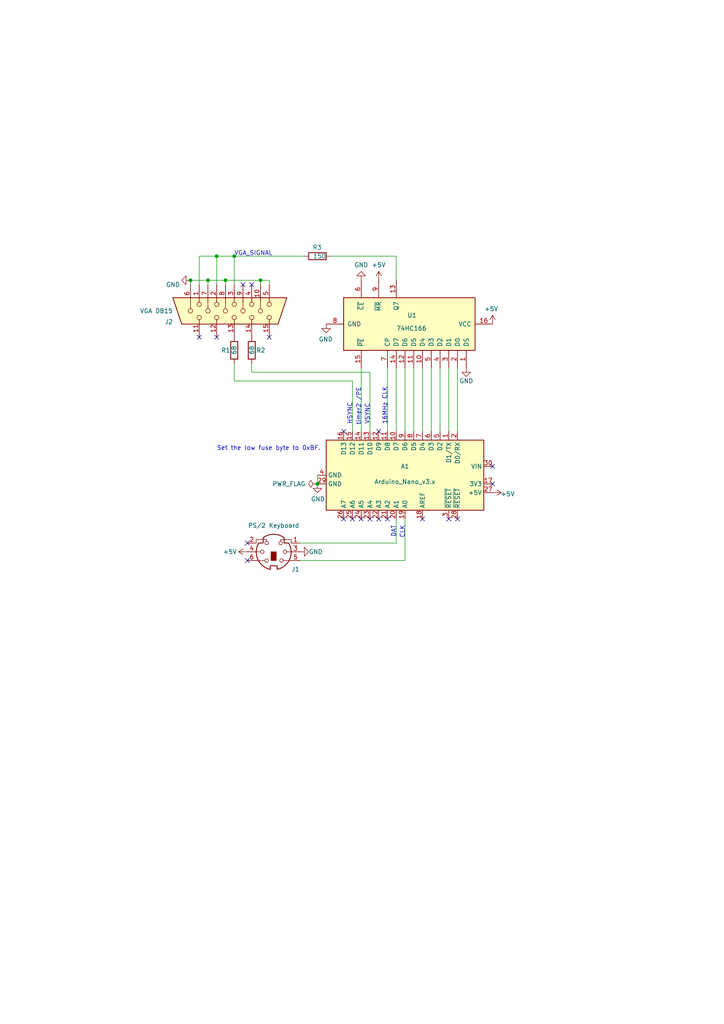
<source format=kicad_sch>
(kicad_sch (version 20211123) (generator eeschema)

  (uuid 8fd203a8-262b-4cb2-b72e-4179e96203de)

  (paper "A4" portrait)

  (title_block
    (title "Nano Personal Computer")
    (date "2024-03-30")
    (rev "2.0")
    (company "320x200 pixels, VGA (monochrome), PS/2")
    (comment 2 "creativecommons.org/licenses/by-nc-sa/3.0/deed.en")
    (comment 3 "License: CC BY-NC-SA 3.0")
    (comment 4 "Author: Carsten Herting (slu4)")
  )

  (lib_symbols
    (symbol "ArduinoPC-rescue:74HC166-alternate-ArduinoPC-rescue" (pin_names (offset 1.016)) (in_bom yes) (on_board yes)
      (property "Reference" "U" (id 0) (at -7.62 19.05 0)
        (effects (font (size 1.27 1.27)))
      )
      (property "Value" "74HC166-alternate-ArduinoPC-rescue" (id 1) (at 0 -1.27 90)
        (effects (font (size 1.27 1.27)))
      )
      (property "Footprint" "" (id 2) (at 0 0 0)
        (effects (font (size 1.27 1.27)) hide)
      )
      (property "Datasheet" "" (id 3) (at 0 0 0)
        (effects (font (size 1.27 1.27)) hide)
      )
      (property "ki_locked" "" (id 4) (at 0 0 0)
        (effects (font (size 1.27 1.27)))
      )
      (property "ki_fp_filters" "DIP?16*" (id 5) (at 0 0 0)
        (effects (font (size 1.27 1.27)) hide)
      )
      (symbol "74HC166-alternate-ArduinoPC-rescue_1_0"
        (pin input line (at -12.7 15.24 0) (length 5.08)
          (name "DS" (effects (font (size 1.27 1.27))))
          (number "1" (effects (font (size 1.27 1.27))))
        )
        (pin input line (at -12.7 2.54 0) (length 5.08)
          (name "D4" (effects (font (size 1.27 1.27))))
          (number "10" (effects (font (size 1.27 1.27))))
        )
        (pin input line (at -12.7 0 0) (length 5.08)
          (name "D5" (effects (font (size 1.27 1.27))))
          (number "11" (effects (font (size 1.27 1.27))))
        )
        (pin input line (at -12.7 -2.54 0) (length 5.08)
          (name "D6" (effects (font (size 1.27 1.27))))
          (number "12" (effects (font (size 1.27 1.27))))
        )
        (pin output line (at 12.7 -5.08 180) (length 5.08)
          (name "Q7" (effects (font (size 1.27 1.27))))
          (number "13" (effects (font (size 1.27 1.27))))
        )
        (pin input line (at -12.7 -5.08 0) (length 5.08)
          (name "D7" (effects (font (size 1.27 1.27))))
          (number "14" (effects (font (size 1.27 1.27))))
        )
        (pin input line (at -12.7 -15.24 0) (length 5.08)
          (name "~{PE}" (effects (font (size 1.27 1.27))))
          (number "15" (effects (font (size 1.27 1.27))))
        )
        (pin power_in line (at 0 22.86 270) (length 5.08)
          (name "VCC" (effects (font (size 1.27 1.27))))
          (number "16" (effects (font (size 1.27 1.27))))
        )
        (pin input line (at -12.7 12.7 0) (length 5.08)
          (name "D0" (effects (font (size 1.27 1.27))))
          (number "2" (effects (font (size 1.27 1.27))))
        )
        (pin input line (at -12.7 10.16 0) (length 5.08)
          (name "D1" (effects (font (size 1.27 1.27))))
          (number "3" (effects (font (size 1.27 1.27))))
        )
        (pin input line (at -12.7 7.62 0) (length 5.08)
          (name "D2" (effects (font (size 1.27 1.27))))
          (number "4" (effects (font (size 1.27 1.27))))
        )
        (pin input line (at -12.7 5.08 0) (length 5.08)
          (name "D3" (effects (font (size 1.27 1.27))))
          (number "5" (effects (font (size 1.27 1.27))))
        )
        (pin input line (at 12.7 -15.24 180) (length 5.08)
          (name "~{CE}" (effects (font (size 1.27 1.27))))
          (number "6" (effects (font (size 1.27 1.27))))
        )
        (pin input line (at -12.7 -7.62 0) (length 5.08)
          (name "CP" (effects (font (size 1.27 1.27))))
          (number "7" (effects (font (size 1.27 1.27))))
        )
        (pin power_in line (at 0 -25.4 90) (length 5.08)
          (name "GND" (effects (font (size 1.27 1.27))))
          (number "8" (effects (font (size 1.27 1.27))))
        )
        (pin input line (at 12.7 -10.16 180) (length 5.08)
          (name "~{MR}" (effects (font (size 1.27 1.27))))
          (number "9" (effects (font (size 1.27 1.27))))
        )
      )
      (symbol "74HC166-alternate-ArduinoPC-rescue_1_1"
        (rectangle (start -7.62 17.78) (end 7.62 -20.32)
          (stroke (width 0.254) (type default) (color 0 0 0 0))
          (fill (type background))
        )
      )
    )
    (symbol "Connector:DB15_Female_HighDensity" (pin_names (offset 1.016) hide) (in_bom yes) (on_board yes)
      (property "Reference" "J" (id 0) (at 0 21.59 0)
        (effects (font (size 1.27 1.27)))
      )
      (property "Value" "DB15_Female_HighDensity" (id 1) (at 0 19.05 0)
        (effects (font (size 1.27 1.27)))
      )
      (property "Footprint" "" (id 2) (at -24.13 10.16 0)
        (effects (font (size 1.27 1.27)) hide)
      )
      (property "Datasheet" " ~" (id 3) (at -24.13 10.16 0)
        (effects (font (size 1.27 1.27)) hide)
      )
      (property "ki_keywords" "connector db15 VGA female D-SUB" (id 4) (at 0 0 0)
        (effects (font (size 1.27 1.27)) hide)
      )
      (property "ki_description" "15-pin female D-SUB connector, High density (3 columns), Triple Row, Generic, VGA-connector" (id 5) (at 0 0 0)
        (effects (font (size 1.27 1.27)) hide)
      )
      (property "ki_fp_filters" "DSUB*Female*" (id 6) (at 0 0 0)
        (effects (font (size 1.27 1.27)) hide)
      )
      (symbol "DB15_Female_HighDensity_0_1"
        (circle (center -1.905 -10.16) (radius 0.635)
          (stroke (width 0) (type default) (color 0 0 0 0))
          (fill (type none))
        )
        (circle (center -1.905 -5.08) (radius 0.635)
          (stroke (width 0) (type default) (color 0 0 0 0))
          (fill (type none))
        )
        (circle (center -1.905 0) (radius 0.635)
          (stroke (width 0) (type default) (color 0 0 0 0))
          (fill (type none))
        )
        (circle (center -1.905 5.08) (radius 0.635)
          (stroke (width 0) (type default) (color 0 0 0 0))
          (fill (type none))
        )
        (circle (center -1.905 10.16) (radius 0.635)
          (stroke (width 0) (type default) (color 0 0 0 0))
          (fill (type none))
        )
        (circle (center 0 -7.62) (radius 0.635)
          (stroke (width 0) (type default) (color 0 0 0 0))
          (fill (type none))
        )
        (circle (center 0 -2.54) (radius 0.635)
          (stroke (width 0) (type default) (color 0 0 0 0))
          (fill (type none))
        )
        (polyline
          (pts
            (xy -3.175 7.62)
            (xy -0.635 7.62)
          )
          (stroke (width 0) (type default) (color 0 0 0 0))
          (fill (type none))
        )
        (polyline
          (pts
            (xy -0.635 -7.62)
            (xy -3.175 -7.62)
          )
          (stroke (width 0) (type default) (color 0 0 0 0))
          (fill (type none))
        )
        (polyline
          (pts
            (xy -0.635 -2.54)
            (xy -3.175 -2.54)
          )
          (stroke (width 0) (type default) (color 0 0 0 0))
          (fill (type none))
        )
        (polyline
          (pts
            (xy -0.635 2.54)
            (xy -3.175 2.54)
          )
          (stroke (width 0) (type default) (color 0 0 0 0))
          (fill (type none))
        )
        (polyline
          (pts
            (xy -0.635 12.7)
            (xy -3.175 12.7)
          )
          (stroke (width 0) (type default) (color 0 0 0 0))
          (fill (type none))
        )
        (polyline
          (pts
            (xy -3.81 17.78)
            (xy -3.81 -15.24)
            (xy 3.81 -12.7)
            (xy 3.81 15.24)
            (xy -3.81 17.78)
          )
          (stroke (width 0.254) (type default) (color 0 0 0 0))
          (fill (type background))
        )
        (circle (center 0 2.54) (radius 0.635)
          (stroke (width 0) (type default) (color 0 0 0 0))
          (fill (type none))
        )
        (circle (center 0 7.62) (radius 0.635)
          (stroke (width 0) (type default) (color 0 0 0 0))
          (fill (type none))
        )
        (circle (center 0 12.7) (radius 0.635)
          (stroke (width 0) (type default) (color 0 0 0 0))
          (fill (type none))
        )
        (circle (center 1.905 -10.16) (radius 0.635)
          (stroke (width 0) (type default) (color 0 0 0 0))
          (fill (type none))
        )
        (circle (center 1.905 -5.08) (radius 0.635)
          (stroke (width 0) (type default) (color 0 0 0 0))
          (fill (type none))
        )
        (circle (center 1.905 0) (radius 0.635)
          (stroke (width 0) (type default) (color 0 0 0 0))
          (fill (type none))
        )
        (circle (center 1.905 5.08) (radius 0.635)
          (stroke (width 0) (type default) (color 0 0 0 0))
          (fill (type none))
        )
        (circle (center 1.905 10.16) (radius 0.635)
          (stroke (width 0) (type default) (color 0 0 0 0))
          (fill (type none))
        )
      )
      (symbol "DB15_Female_HighDensity_1_1"
        (pin passive line (at -7.62 10.16 0) (length 5.08)
          (name "~" (effects (font (size 1.27 1.27))))
          (number "1" (effects (font (size 1.27 1.27))))
        )
        (pin passive line (at -7.62 -7.62 0) (length 5.08)
          (name "~" (effects (font (size 1.27 1.27))))
          (number "10" (effects (font (size 1.27 1.27))))
        )
        (pin passive line (at 7.62 10.16 180) (length 5.08)
          (name "~" (effects (font (size 1.27 1.27))))
          (number "11" (effects (font (size 1.27 1.27))))
        )
        (pin passive line (at 7.62 5.08 180) (length 5.08)
          (name "~" (effects (font (size 1.27 1.27))))
          (number "12" (effects (font (size 1.27 1.27))))
        )
        (pin passive line (at 7.62 0 180) (length 5.08)
          (name "~" (effects (font (size 1.27 1.27))))
          (number "13" (effects (font (size 1.27 1.27))))
        )
        (pin passive line (at 7.62 -5.08 180) (length 5.08)
          (name "~" (effects (font (size 1.27 1.27))))
          (number "14" (effects (font (size 1.27 1.27))))
        )
        (pin passive line (at 7.62 -10.16 180) (length 5.08)
          (name "~" (effects (font (size 1.27 1.27))))
          (number "15" (effects (font (size 1.27 1.27))))
        )
        (pin passive line (at -7.62 5.08 0) (length 5.08)
          (name "~" (effects (font (size 1.27 1.27))))
          (number "2" (effects (font (size 1.27 1.27))))
        )
        (pin passive line (at -7.62 0 0) (length 5.08)
          (name "~" (effects (font (size 1.27 1.27))))
          (number "3" (effects (font (size 1.27 1.27))))
        )
        (pin passive line (at -7.62 -5.08 0) (length 5.08)
          (name "~" (effects (font (size 1.27 1.27))))
          (number "4" (effects (font (size 1.27 1.27))))
        )
        (pin passive line (at -7.62 -10.16 0) (length 5.08)
          (name "~" (effects (font (size 1.27 1.27))))
          (number "5" (effects (font (size 1.27 1.27))))
        )
        (pin passive line (at -7.62 12.7 0) (length 5.08)
          (name "~" (effects (font (size 1.27 1.27))))
          (number "6" (effects (font (size 1.27 1.27))))
        )
        (pin passive line (at -7.62 7.62 0) (length 5.08)
          (name "~" (effects (font (size 1.27 1.27))))
          (number "7" (effects (font (size 1.27 1.27))))
        )
        (pin passive line (at -7.62 2.54 0) (length 5.08)
          (name "~" (effects (font (size 1.27 1.27))))
          (number "8" (effects (font (size 1.27 1.27))))
        )
        (pin passive line (at -7.62 -2.54 0) (length 5.08)
          (name "~" (effects (font (size 1.27 1.27))))
          (number "9" (effects (font (size 1.27 1.27))))
        )
      )
    )
    (symbol "Connector:Mini-DIN-6" (pin_names (offset 1.016)) (in_bom yes) (on_board yes)
      (property "Reference" "J" (id 0) (at 0 6.35 0)
        (effects (font (size 1.27 1.27)))
      )
      (property "Value" "Mini-DIN-6" (id 1) (at 0 -6.35 0)
        (effects (font (size 1.27 1.27)))
      )
      (property "Footprint" "" (id 2) (at 0 0 0)
        (effects (font (size 1.27 1.27)) hide)
      )
      (property "Datasheet" "http://service.powerdynamics.com/ec/Catalog17/Section%2011.pdf" (id 3) (at 0 0 0)
        (effects (font (size 1.27 1.27)) hide)
      )
      (property "ki_keywords" "Mini-DIN" (id 4) (at 0 0 0)
        (effects (font (size 1.27 1.27)) hide)
      )
      (property "ki_description" "6-pin Mini-DIN connector" (id 5) (at 0 0 0)
        (effects (font (size 1.27 1.27)) hide)
      )
      (property "ki_fp_filters" "MINI?DIN*" (id 6) (at 0 0 0)
        (effects (font (size 1.27 1.27)) hide)
      )
      (symbol "Mini-DIN-6_0_1"
        (circle (center -3.302 0) (radius 0.508)
          (stroke (width 0) (type default) (color 0 0 0 0))
          (fill (type none))
        )
        (arc (start -3.048 -4.064) (mid 0 -5.08) (end 3.048 -4.064)
          (stroke (width 0.254) (type default) (color 0 0 0 0))
          (fill (type none))
        )
        (circle (center -2.032 -2.54) (radius 0.508)
          (stroke (width 0) (type default) (color 0 0 0 0))
          (fill (type none))
        )
        (circle (center -2.032 2.54) (radius 0.508)
          (stroke (width 0) (type default) (color 0 0 0 0))
          (fill (type none))
        )
        (arc (start -1.016 5.08) (mid -4.6228 2.1214) (end -4.318 -2.54)
          (stroke (width 0.254) (type default) (color 0 0 0 0))
          (fill (type none))
        )
        (rectangle (start -0.762 2.54) (end 0.762 0)
          (stroke (width 0) (type default) (color 0 0 0 0))
          (fill (type outline))
        )
        (polyline
          (pts
            (xy -3.81 0)
            (xy -5.08 0)
          )
          (stroke (width 0) (type default) (color 0 0 0 0))
          (fill (type none))
        )
        (polyline
          (pts
            (xy -2.54 2.54)
            (xy -5.08 2.54)
          )
          (stroke (width 0) (type default) (color 0 0 0 0))
          (fill (type none))
        )
        (polyline
          (pts
            (xy 2.794 2.54)
            (xy 5.08 2.54)
          )
          (stroke (width 0) (type default) (color 0 0 0 0))
          (fill (type none))
        )
        (polyline
          (pts
            (xy 5.08 0)
            (xy 3.81 0)
          )
          (stroke (width 0) (type default) (color 0 0 0 0))
          (fill (type none))
        )
        (polyline
          (pts
            (xy -4.318 -2.54)
            (xy -3.048 -2.54)
            (xy -3.048 -4.064)
          )
          (stroke (width 0.254) (type default) (color 0 0 0 0))
          (fill (type none))
        )
        (polyline
          (pts
            (xy 4.318 -2.54)
            (xy 3.048 -2.54)
            (xy 3.048 -4.064)
          )
          (stroke (width 0.254) (type default) (color 0 0 0 0))
          (fill (type none))
        )
        (polyline
          (pts
            (xy -2.032 -3.048)
            (xy -2.032 -3.556)
            (xy -5.08 -3.556)
            (xy -5.08 -2.54)
          )
          (stroke (width 0) (type default) (color 0 0 0 0))
          (fill (type none))
        )
        (polyline
          (pts
            (xy -1.016 5.08)
            (xy -1.016 4.064)
            (xy 1.016 4.064)
            (xy 1.016 5.08)
          )
          (stroke (width 0.254) (type default) (color 0 0 0 0))
          (fill (type none))
        )
        (polyline
          (pts
            (xy 2.032 -3.048)
            (xy 2.032 -3.556)
            (xy 5.08 -3.556)
            (xy 5.08 -2.54)
          )
          (stroke (width 0) (type default) (color 0 0 0 0))
          (fill (type none))
        )
        (circle (center 2.032 -2.54) (radius 0.508)
          (stroke (width 0) (type default) (color 0 0 0 0))
          (fill (type none))
        )
        (circle (center 2.286 2.54) (radius 0.508)
          (stroke (width 0) (type default) (color 0 0 0 0))
          (fill (type none))
        )
        (circle (center 3.302 0) (radius 0.508)
          (stroke (width 0) (type default) (color 0 0 0 0))
          (fill (type none))
        )
        (arc (start 4.318 -2.54) (mid 4.6661 2.1322) (end 1.016 5.08)
          (stroke (width 0.254) (type default) (color 0 0 0 0))
          (fill (type none))
        )
      )
      (symbol "Mini-DIN-6_1_1"
        (pin passive line (at 7.62 -2.54 180) (length 2.54)
          (name "~" (effects (font (size 1.27 1.27))))
          (number "1" (effects (font (size 1.27 1.27))))
        )
        (pin passive line (at -7.62 -2.54 0) (length 2.54)
          (name "~" (effects (font (size 1.27 1.27))))
          (number "2" (effects (font (size 1.27 1.27))))
        )
        (pin passive line (at 7.62 0 180) (length 2.54)
          (name "~" (effects (font (size 1.27 1.27))))
          (number "3" (effects (font (size 1.27 1.27))))
        )
        (pin passive line (at -7.62 0 0) (length 2.54)
          (name "~" (effects (font (size 1.27 1.27))))
          (number "4" (effects (font (size 1.27 1.27))))
        )
        (pin passive line (at 7.62 2.54 180) (length 2.54)
          (name "~" (effects (font (size 1.27 1.27))))
          (number "5" (effects (font (size 1.27 1.27))))
        )
        (pin passive line (at -7.62 2.54 0) (length 2.54)
          (name "~" (effects (font (size 1.27 1.27))))
          (number "6" (effects (font (size 1.27 1.27))))
        )
      )
    )
    (symbol "Device:R" (pin_numbers hide) (pin_names (offset 0)) (in_bom yes) (on_board yes)
      (property "Reference" "R" (id 0) (at 2.032 0 90)
        (effects (font (size 1.27 1.27)))
      )
      (property "Value" "R" (id 1) (at 0 0 90)
        (effects (font (size 1.27 1.27)))
      )
      (property "Footprint" "" (id 2) (at -1.778 0 90)
        (effects (font (size 1.27 1.27)) hide)
      )
      (property "Datasheet" "~" (id 3) (at 0 0 0)
        (effects (font (size 1.27 1.27)) hide)
      )
      (property "ki_keywords" "R res resistor" (id 4) (at 0 0 0)
        (effects (font (size 1.27 1.27)) hide)
      )
      (property "ki_description" "Resistor" (id 5) (at 0 0 0)
        (effects (font (size 1.27 1.27)) hide)
      )
      (property "ki_fp_filters" "R_*" (id 6) (at 0 0 0)
        (effects (font (size 1.27 1.27)) hide)
      )
      (symbol "R_0_1"
        (rectangle (start -1.016 -2.54) (end 1.016 2.54)
          (stroke (width 0.254) (type default) (color 0 0 0 0))
          (fill (type none))
        )
      )
      (symbol "R_1_1"
        (pin passive line (at 0 3.81 270) (length 1.27)
          (name "~" (effects (font (size 1.27 1.27))))
          (number "1" (effects (font (size 1.27 1.27))))
        )
        (pin passive line (at 0 -3.81 90) (length 1.27)
          (name "~" (effects (font (size 1.27 1.27))))
          (number "2" (effects (font (size 1.27 1.27))))
        )
      )
    )
    (symbol "MCU_Module:Arduino_Nano_v3.x" (in_bom yes) (on_board yes)
      (property "Reference" "A" (id 0) (at -10.16 23.495 0)
        (effects (font (size 1.27 1.27)) (justify left bottom))
      )
      (property "Value" "Arduino_Nano_v3.x" (id 1) (at 5.08 -24.13 0)
        (effects (font (size 1.27 1.27)) (justify left top))
      )
      (property "Footprint" "Module:Arduino_Nano" (id 2) (at 0 0 0)
        (effects (font (size 1.27 1.27) italic) hide)
      )
      (property "Datasheet" "http://www.mouser.com/pdfdocs/Gravitech_Arduino_Nano3_0.pdf" (id 3) (at 0 0 0)
        (effects (font (size 1.27 1.27)) hide)
      )
      (property "ki_keywords" "Arduino nano microcontroller module USB" (id 4) (at 0 0 0)
        (effects (font (size 1.27 1.27)) hide)
      )
      (property "ki_description" "Arduino Nano v3.x" (id 5) (at 0 0 0)
        (effects (font (size 1.27 1.27)) hide)
      )
      (property "ki_fp_filters" "Arduino*Nano*" (id 6) (at 0 0 0)
        (effects (font (size 1.27 1.27)) hide)
      )
      (symbol "Arduino_Nano_v3.x_0_1"
        (rectangle (start -10.16 22.86) (end 10.16 -22.86)
          (stroke (width 0.254) (type default) (color 0 0 0 0))
          (fill (type background))
        )
      )
      (symbol "Arduino_Nano_v3.x_1_1"
        (pin bidirectional line (at -12.7 12.7 0) (length 2.54)
          (name "D1/TX" (effects (font (size 1.27 1.27))))
          (number "1" (effects (font (size 1.27 1.27))))
        )
        (pin bidirectional line (at -12.7 -2.54 0) (length 2.54)
          (name "D7" (effects (font (size 1.27 1.27))))
          (number "10" (effects (font (size 1.27 1.27))))
        )
        (pin bidirectional line (at -12.7 -5.08 0) (length 2.54)
          (name "D8" (effects (font (size 1.27 1.27))))
          (number "11" (effects (font (size 1.27 1.27))))
        )
        (pin bidirectional line (at -12.7 -7.62 0) (length 2.54)
          (name "D9" (effects (font (size 1.27 1.27))))
          (number "12" (effects (font (size 1.27 1.27))))
        )
        (pin bidirectional line (at -12.7 -10.16 0) (length 2.54)
          (name "D10" (effects (font (size 1.27 1.27))))
          (number "13" (effects (font (size 1.27 1.27))))
        )
        (pin bidirectional line (at -12.7 -12.7 0) (length 2.54)
          (name "D11" (effects (font (size 1.27 1.27))))
          (number "14" (effects (font (size 1.27 1.27))))
        )
        (pin bidirectional line (at -12.7 -15.24 0) (length 2.54)
          (name "D12" (effects (font (size 1.27 1.27))))
          (number "15" (effects (font (size 1.27 1.27))))
        )
        (pin bidirectional line (at -12.7 -17.78 0) (length 2.54)
          (name "D13" (effects (font (size 1.27 1.27))))
          (number "16" (effects (font (size 1.27 1.27))))
        )
        (pin power_out line (at 2.54 25.4 270) (length 2.54)
          (name "3V3" (effects (font (size 1.27 1.27))))
          (number "17" (effects (font (size 1.27 1.27))))
        )
        (pin input line (at 12.7 5.08 180) (length 2.54)
          (name "AREF" (effects (font (size 1.27 1.27))))
          (number "18" (effects (font (size 1.27 1.27))))
        )
        (pin bidirectional line (at 12.7 0 180) (length 2.54)
          (name "A0" (effects (font (size 1.27 1.27))))
          (number "19" (effects (font (size 1.27 1.27))))
        )
        (pin bidirectional line (at -12.7 15.24 0) (length 2.54)
          (name "D0/RX" (effects (font (size 1.27 1.27))))
          (number "2" (effects (font (size 1.27 1.27))))
        )
        (pin bidirectional line (at 12.7 -2.54 180) (length 2.54)
          (name "A1" (effects (font (size 1.27 1.27))))
          (number "20" (effects (font (size 1.27 1.27))))
        )
        (pin bidirectional line (at 12.7 -5.08 180) (length 2.54)
          (name "A2" (effects (font (size 1.27 1.27))))
          (number "21" (effects (font (size 1.27 1.27))))
        )
        (pin bidirectional line (at 12.7 -7.62 180) (length 2.54)
          (name "A3" (effects (font (size 1.27 1.27))))
          (number "22" (effects (font (size 1.27 1.27))))
        )
        (pin bidirectional line (at 12.7 -10.16 180) (length 2.54)
          (name "A4" (effects (font (size 1.27 1.27))))
          (number "23" (effects (font (size 1.27 1.27))))
        )
        (pin bidirectional line (at 12.7 -12.7 180) (length 2.54)
          (name "A5" (effects (font (size 1.27 1.27))))
          (number "24" (effects (font (size 1.27 1.27))))
        )
        (pin bidirectional line (at 12.7 -15.24 180) (length 2.54)
          (name "A6" (effects (font (size 1.27 1.27))))
          (number "25" (effects (font (size 1.27 1.27))))
        )
        (pin bidirectional line (at 12.7 -17.78 180) (length 2.54)
          (name "A7" (effects (font (size 1.27 1.27))))
          (number "26" (effects (font (size 1.27 1.27))))
        )
        (pin power_out line (at 5.08 25.4 270) (length 2.54)
          (name "+5V" (effects (font (size 1.27 1.27))))
          (number "27" (effects (font (size 1.27 1.27))))
        )
        (pin input line (at 12.7 15.24 180) (length 2.54)
          (name "~{RESET}" (effects (font (size 1.27 1.27))))
          (number "28" (effects (font (size 1.27 1.27))))
        )
        (pin power_in line (at 2.54 -25.4 90) (length 2.54)
          (name "GND" (effects (font (size 1.27 1.27))))
          (number "29" (effects (font (size 1.27 1.27))))
        )
        (pin input line (at 12.7 12.7 180) (length 2.54)
          (name "~{RESET}" (effects (font (size 1.27 1.27))))
          (number "3" (effects (font (size 1.27 1.27))))
        )
        (pin power_in line (at -2.54 25.4 270) (length 2.54)
          (name "VIN" (effects (font (size 1.27 1.27))))
          (number "30" (effects (font (size 1.27 1.27))))
        )
        (pin power_in line (at 0 -25.4 90) (length 2.54)
          (name "GND" (effects (font (size 1.27 1.27))))
          (number "4" (effects (font (size 1.27 1.27))))
        )
        (pin bidirectional line (at -12.7 10.16 0) (length 2.54)
          (name "D2" (effects (font (size 1.27 1.27))))
          (number "5" (effects (font (size 1.27 1.27))))
        )
        (pin bidirectional line (at -12.7 7.62 0) (length 2.54)
          (name "D3" (effects (font (size 1.27 1.27))))
          (number "6" (effects (font (size 1.27 1.27))))
        )
        (pin bidirectional line (at -12.7 5.08 0) (length 2.54)
          (name "D4" (effects (font (size 1.27 1.27))))
          (number "7" (effects (font (size 1.27 1.27))))
        )
        (pin bidirectional line (at -12.7 2.54 0) (length 2.54)
          (name "D5" (effects (font (size 1.27 1.27))))
          (number "8" (effects (font (size 1.27 1.27))))
        )
        (pin bidirectional line (at -12.7 0 0) (length 2.54)
          (name "D6" (effects (font (size 1.27 1.27))))
          (number "9" (effects (font (size 1.27 1.27))))
        )
      )
    )
    (symbol "power:+5V" (power) (pin_names (offset 0)) (in_bom yes) (on_board yes)
      (property "Reference" "#PWR" (id 0) (at 0 -3.81 0)
        (effects (font (size 1.27 1.27)) hide)
      )
      (property "Value" "+5V" (id 1) (at 0 3.556 0)
        (effects (font (size 1.27 1.27)))
      )
      (property "Footprint" "" (id 2) (at 0 0 0)
        (effects (font (size 1.27 1.27)) hide)
      )
      (property "Datasheet" "" (id 3) (at 0 0 0)
        (effects (font (size 1.27 1.27)) hide)
      )
      (property "ki_keywords" "power-flag" (id 4) (at 0 0 0)
        (effects (font (size 1.27 1.27)) hide)
      )
      (property "ki_description" "Power symbol creates a global label with name \"+5V\"" (id 5) (at 0 0 0)
        (effects (font (size 1.27 1.27)) hide)
      )
      (symbol "+5V_0_1"
        (polyline
          (pts
            (xy -0.762 1.27)
            (xy 0 2.54)
          )
          (stroke (width 0) (type default) (color 0 0 0 0))
          (fill (type none))
        )
        (polyline
          (pts
            (xy 0 0)
            (xy 0 2.54)
          )
          (stroke (width 0) (type default) (color 0 0 0 0))
          (fill (type none))
        )
        (polyline
          (pts
            (xy 0 2.54)
            (xy 0.762 1.27)
          )
          (stroke (width 0) (type default) (color 0 0 0 0))
          (fill (type none))
        )
      )
      (symbol "+5V_1_1"
        (pin power_in line (at 0 0 90) (length 0) hide
          (name "+5V" (effects (font (size 1.27 1.27))))
          (number "1" (effects (font (size 1.27 1.27))))
        )
      )
    )
    (symbol "power:GND" (power) (pin_names (offset 0)) (in_bom yes) (on_board yes)
      (property "Reference" "#PWR" (id 0) (at 0 -6.35 0)
        (effects (font (size 1.27 1.27)) hide)
      )
      (property "Value" "GND" (id 1) (at 0 -3.81 0)
        (effects (font (size 1.27 1.27)))
      )
      (property "Footprint" "" (id 2) (at 0 0 0)
        (effects (font (size 1.27 1.27)) hide)
      )
      (property "Datasheet" "" (id 3) (at 0 0 0)
        (effects (font (size 1.27 1.27)) hide)
      )
      (property "ki_keywords" "power-flag" (id 4) (at 0 0 0)
        (effects (font (size 1.27 1.27)) hide)
      )
      (property "ki_description" "Power symbol creates a global label with name \"GND\" , ground" (id 5) (at 0 0 0)
        (effects (font (size 1.27 1.27)) hide)
      )
      (symbol "GND_0_1"
        (polyline
          (pts
            (xy 0 0)
            (xy 0 -1.27)
            (xy 1.27 -1.27)
            (xy 0 -2.54)
            (xy -1.27 -1.27)
            (xy 0 -1.27)
          )
          (stroke (width 0) (type default) (color 0 0 0 0))
          (fill (type none))
        )
      )
      (symbol "GND_1_1"
        (pin power_in line (at 0 0 270) (length 0) hide
          (name "GND" (effects (font (size 1.27 1.27))))
          (number "1" (effects (font (size 1.27 1.27))))
        )
      )
    )
    (symbol "power:PWR_FLAG" (power) (pin_numbers hide) (pin_names (offset 0) hide) (in_bom yes) (on_board yes)
      (property "Reference" "#FLG" (id 0) (at 0 1.905 0)
        (effects (font (size 1.27 1.27)) hide)
      )
      (property "Value" "PWR_FLAG" (id 1) (at 0 3.81 0)
        (effects (font (size 1.27 1.27)))
      )
      (property "Footprint" "" (id 2) (at 0 0 0)
        (effects (font (size 1.27 1.27)) hide)
      )
      (property "Datasheet" "~" (id 3) (at 0 0 0)
        (effects (font (size 1.27 1.27)) hide)
      )
      (property "ki_keywords" "power-flag" (id 4) (at 0 0 0)
        (effects (font (size 1.27 1.27)) hide)
      )
      (property "ki_description" "Special symbol for telling ERC where power comes from" (id 5) (at 0 0 0)
        (effects (font (size 1.27 1.27)) hide)
      )
      (symbol "PWR_FLAG_0_0"
        (pin power_out line (at 0 0 90) (length 0)
          (name "pwr" (effects (font (size 1.27 1.27))))
          (number "1" (effects (font (size 1.27 1.27))))
        )
      )
      (symbol "PWR_FLAG_0_1"
        (polyline
          (pts
            (xy 0 0)
            (xy 0 1.27)
            (xy -1.016 1.905)
            (xy 0 2.54)
            (xy 1.016 1.905)
            (xy 0 1.27)
          )
          (stroke (width 0) (type default) (color 0 0 0 0))
          (fill (type none))
        )
      )
    )
  )

  (junction (at 65.405 81.28) (diameter 0) (color 0 0 0 0)
    (uuid 2e3a8a6d-2faf-4ed6-9348-b3f495bd9088)
  )
  (junction (at 60.325 81.28) (diameter 0) (color 0 0 0 0)
    (uuid 5177620e-379b-41c2-8dbe-7bfe71a169e7)
  )
  (junction (at 75.565 81.28) (diameter 0) (color 0 0 0 0)
    (uuid 52c89025-489b-4e9c-a58c-d1aa81a09f4c)
  )
  (junction (at 55.245 81.28) (diameter 0) (color 0 0 0 0)
    (uuid 53e23c9e-e669-40f7-b7a9-0cd777da1186)
  )
  (junction (at 67.945 74.295) (diameter 0) (color 0 0 0 0)
    (uuid 5f9c3fb2-d7c0-4bb1-980b-09f8594173ed)
  )
  (junction (at 92.075 140.335) (diameter 0) (color 0 0 0 0)
    (uuid 75ff29c6-07db-46d4-b1b6-4ec63ed70770)
  )
  (junction (at 62.865 74.295) (diameter 0) (color 0 0 0 0)
    (uuid dd156fa0-4fcf-4d89-9172-193f582078e8)
  )

  (no_connect (at 62.865 97.79) (uuid 0d0d7e96-adba-4394-a5a2-7bca55ee1196))
  (no_connect (at 142.875 140.335) (uuid 29ae6bc3-14d9-41ea-a8fc-8fe925f33845))
  (no_connect (at 102.235 150.495) (uuid 33b61d6e-bc2a-4758-89a9-5a9643235b56))
  (no_connect (at 71.755 162.56) (uuid 36f1fa30-7149-45c1-905e-c46aaf45dbf5))
  (no_connect (at 132.715 150.495) (uuid 45288b22-4a41-430c-8cb9-94187850f861))
  (no_connect (at 78.105 97.79) (uuid 5b80cfc0-c9c5-46bb-89f1-6836412b91b5))
  (no_connect (at 71.755 157.48) (uuid 6758c6db-0e61-4ea8-bac5-1806c1882944))
  (no_connect (at 57.785 97.79) (uuid 7473bc4c-05ee-415f-a34d-311523e939f8))
  (no_connect (at 142.875 135.255) (uuid 82f32db8-7160-4ced-bfa2-7ae27d30066b))
  (no_connect (at 99.695 125.095) (uuid 8b8d809c-19a0-4583-8ad0-535f9f9bcf86))
  (no_connect (at 130.175 150.495) (uuid ae4e7645-3540-4d3c-9da0-0c52f25ebd84))
  (no_connect (at 109.855 125.095) (uuid ae840f19-8cd2-4717-b4f0-50f775836528))
  (no_connect (at 73.025 82.55) (uuid d1f8577f-c5aa-4452-8c81-05bd54505f4b))
  (no_connect (at 70.485 82.55) (uuid d7ec3ccb-9c30-4d57-b2d1-b8cb95699dba))
  (no_connect (at 109.855 150.495) (uuid da5cd59d-a28e-4693-a687-18d2a4e2c02d))
  (no_connect (at 107.315 150.495) (uuid da5cd59d-a28e-4693-a687-18d2a4e2c02e))
  (no_connect (at 112.395 150.495) (uuid da5cd59d-a28e-4693-a687-18d2a4e2c02f))
  (no_connect (at 104.775 150.495) (uuid da5cd59d-a28e-4693-a687-18d2a4e2c030))
  (no_connect (at 122.555 150.495) (uuid e5c9131e-5b0e-4f3b-bb16-28bebcdf9733))
  (no_connect (at 99.695 150.495) (uuid eaf3f590-11fb-4824-9af7-b4ac0f1c5737))

  (wire (pts (xy 65.405 81.28) (xy 75.565 81.28))
    (stroke (width 0) (type default) (color 0 0 0 0))
    (uuid 02b35dbd-76a2-4bcf-9d0e-092e40de3ac8)
  )
  (wire (pts (xy 57.785 74.295) (xy 62.865 74.295))
    (stroke (width 0) (type default) (color 0 0 0 0))
    (uuid 0a37ba79-6e8c-4241-816f-2de4e9cd0e53)
  )
  (wire (pts (xy 107.315 107.95) (xy 107.315 125.095))
    (stroke (width 0) (type default) (color 0 0 0 0))
    (uuid 0b4b3a9b-8906-4afa-8752-1ec03608b85e)
  )
  (wire (pts (xy 95.885 74.295) (xy 114.935 74.295))
    (stroke (width 0) (type default) (color 0 0 0 0))
    (uuid 1858f063-a93d-48da-b297-5cd4919a0b0f)
  )
  (wire (pts (xy 92.075 140.335) (xy 92.075 137.795))
    (stroke (width 0) (type default) (color 0 0 0 0))
    (uuid 1a8eb698-a8d3-47f7-94ca-fa7605a2e020)
  )
  (wire (pts (xy 55.245 81.28) (xy 60.325 81.28))
    (stroke (width 0) (type default) (color 0 0 0 0))
    (uuid 1b7dd772-55db-41d7-86f9-83617ce48483)
  )
  (wire (pts (xy 60.325 81.28) (xy 65.405 81.28))
    (stroke (width 0) (type default) (color 0 0 0 0))
    (uuid 2974a46e-7de5-42e8-a8c8-4003761781e1)
  )
  (wire (pts (xy 114.935 74.295) (xy 114.935 81.28))
    (stroke (width 0) (type default) (color 0 0 0 0))
    (uuid 2eefa6a0-5615-4ef4-87f0-e02473a8376c)
  )
  (wire (pts (xy 117.475 150.495) (xy 117.475 162.56))
    (stroke (width 0) (type default) (color 0 0 0 0))
    (uuid 331f2b1d-3205-4c65-bf20-6d7ed55a280d)
  )
  (wire (pts (xy 75.565 81.28) (xy 78.105 81.28))
    (stroke (width 0) (type default) (color 0 0 0 0))
    (uuid 3c148f79-1cc8-4b5a-92e5-eaa3c25e5bed)
  )
  (wire (pts (xy 73.025 107.95) (xy 107.315 107.95))
    (stroke (width 0) (type default) (color 0 0 0 0))
    (uuid 480bf5d8-531b-459c-932e-cbaf0279ef90)
  )
  (wire (pts (xy 130.175 125.095) (xy 130.175 106.68))
    (stroke (width 0) (type default) (color 0 0 0 0))
    (uuid 499e4fc1-da52-49b0-953f-f76ffd22e3f9)
  )
  (wire (pts (xy 114.935 106.68) (xy 114.935 125.095))
    (stroke (width 0) (type default) (color 0 0 0 0))
    (uuid 50e86efc-9706-4e52-9757-89d6fba62856)
  )
  (wire (pts (xy 112.395 106.68) (xy 112.395 125.095))
    (stroke (width 0) (type default) (color 0 0 0 0))
    (uuid 545fcc6e-f695-4b47-b603-a068df87950b)
  )
  (wire (pts (xy 60.325 81.28) (xy 60.325 82.55))
    (stroke (width 0) (type default) (color 0 0 0 0))
    (uuid 56371098-b99d-4f0e-a18a-ea9e01bc2a6a)
  )
  (wire (pts (xy 65.405 81.28) (xy 65.405 82.55))
    (stroke (width 0) (type default) (color 0 0 0 0))
    (uuid 5c5e9c5e-57b6-4b5d-b232-9b7d7ff1010a)
  )
  (wire (pts (xy 86.995 162.56) (xy 117.475 162.56))
    (stroke (width 0) (type default) (color 0 0 0 0))
    (uuid 73e7c3bd-952c-49c5-8ac9-3940be0d325c)
  )
  (wire (pts (xy 62.865 74.295) (xy 67.945 74.295))
    (stroke (width 0) (type default) (color 0 0 0 0))
    (uuid 74b3b56e-558a-496f-954a-14bef61228d7)
  )
  (wire (pts (xy 104.775 106.68) (xy 104.775 125.095))
    (stroke (width 0) (type default) (color 0 0 0 0))
    (uuid 7b40db7b-1db1-461f-a750-72d464136f42)
  )
  (wire (pts (xy 114.935 157.48) (xy 114.935 150.495))
    (stroke (width 0) (type default) (color 0 0 0 0))
    (uuid 849f1442-9d6c-46f6-9fb1-afd85ef21d01)
  )
  (wire (pts (xy 127.635 106.68) (xy 127.635 125.095))
    (stroke (width 0) (type default) (color 0 0 0 0))
    (uuid 86bc3811-2896-4e04-951f-c36eb245f84c)
  )
  (wire (pts (xy 120.015 125.095) (xy 120.015 106.68))
    (stroke (width 0) (type default) (color 0 0 0 0))
    (uuid 8fbc2578-682b-4859-94d7-5b0da1278542)
  )
  (wire (pts (xy 67.945 74.295) (xy 88.265 74.295))
    (stroke (width 0) (type default) (color 0 0 0 0))
    (uuid 94909089-d57e-4ff4-bbdc-ed0156a2e61a)
  )
  (wire (pts (xy 75.565 82.55) (xy 75.565 81.28))
    (stroke (width 0) (type default) (color 0 0 0 0))
    (uuid 9692ae55-684a-4917-a783-fa4295d902f0)
  )
  (wire (pts (xy 55.245 82.55) (xy 55.245 81.28))
    (stroke (width 0) (type default) (color 0 0 0 0))
    (uuid 992687c0-06d3-4471-a742-ca3e7c948527)
  )
  (wire (pts (xy 117.475 106.68) (xy 117.475 125.095))
    (stroke (width 0) (type default) (color 0 0 0 0))
    (uuid 99ad8508-a338-47fe-987f-ba620d6671eb)
  )
  (wire (pts (xy 67.945 105.41) (xy 67.945 110.49))
    (stroke (width 0) (type default) (color 0 0 0 0))
    (uuid 9a39d3ee-c78f-4439-9c13-fa2744aa4cc1)
  )
  (wire (pts (xy 132.715 106.68) (xy 132.715 125.095))
    (stroke (width 0) (type default) (color 0 0 0 0))
    (uuid 9e39c4a6-0120-47a2-a027-f6fc62a0db1f)
  )
  (wire (pts (xy 62.865 74.295) (xy 62.865 82.55))
    (stroke (width 0) (type default) (color 0 0 0 0))
    (uuid a97059ba-844a-4cf3-8cbc-53dbe4f2f0c0)
  )
  (wire (pts (xy 67.945 74.295) (xy 67.945 82.55))
    (stroke (width 0) (type default) (color 0 0 0 0))
    (uuid ab95cc58-b938-4a87-9a23-c400daa1122a)
  )
  (wire (pts (xy 122.555 106.68) (xy 122.555 125.095))
    (stroke (width 0) (type default) (color 0 0 0 0))
    (uuid af0e5dff-f748-4c22-9402-69d8407fbd6d)
  )
  (wire (pts (xy 73.025 105.41) (xy 73.025 107.95))
    (stroke (width 0) (type default) (color 0 0 0 0))
    (uuid bc421fbd-a529-4e2d-806b-3a68684fff99)
  )
  (wire (pts (xy 125.095 125.095) (xy 125.095 106.68))
    (stroke (width 0) (type default) (color 0 0 0 0))
    (uuid d17df44e-3537-485b-934e-0b012028271c)
  )
  (wire (pts (xy 86.995 157.48) (xy 114.935 157.48))
    (stroke (width 0) (type default) (color 0 0 0 0))
    (uuid d37c3be3-8553-4986-807b-4fbbe53d8fbe)
  )
  (wire (pts (xy 78.105 81.28) (xy 78.105 82.55))
    (stroke (width 0) (type default) (color 0 0 0 0))
    (uuid d7af6475-e5c9-42c0-9487-d8282aae6cc6)
  )
  (wire (pts (xy 102.235 110.49) (xy 67.945 110.49))
    (stroke (width 0) (type default) (color 0 0 0 0))
    (uuid e09d6246-47a6-4dd7-be8e-f26d9980e278)
  )
  (wire (pts (xy 57.785 82.55) (xy 57.785 74.295))
    (stroke (width 0) (type default) (color 0 0 0 0))
    (uuid ed643f0f-3e96-4159-967b-86b79a97706e)
  )
  (wire (pts (xy 102.235 125.095) (xy 102.235 110.49))
    (stroke (width 0) (type default) (color 0 0 0 0))
    (uuid ed72759e-c7b1-46ed-8e44-ff729570af6e)
  )

  (text "VGA_SIGNAL" (at 67.945 74.295 0)
    (effects (font (size 1.27 1.27)) (justify left bottom))
    (uuid 1d93c67b-7175-4a44-b475-2480f5486d96)
  )
  (text "Set the low fuse byte to 0xBF." (at 62.865 130.81 0)
    (effects (font (size 1.27 1.27)) (justify left bottom))
    (uuid 7a6c7449-bdc6-4140-a0cc-d5391ec4bdab)
  )
  (text "timer2 /PE" (at 104.775 112.395 270)
    (effects (font (size 1.27 1.27)) (justify right bottom))
    (uuid 94056e56-edfa-4d77-88f8-e6c1f212acfd)
  )
  (text "16MHz CLK" (at 112.395 123.19 90)
    (effects (font (size 1.27 1.27)) (justify left bottom))
    (uuid a6277402-4a63-4634-96ad-f5fcac17efb5)
  )
  (text "CLK" (at 117.475 152.4 270)
    (effects (font (size 1.27 1.27)) (justify right bottom))
    (uuid ba548ebb-0025-4ad4-b756-36c2e1b146af)
  )
  (text "DAT" (at 114.935 152.4 270)
    (effects (font (size 1.27 1.27)) (justify right bottom))
    (uuid babe7c7f-1ddb-440d-8590-d09046e47ca4)
  )
  (text "VSYNC" (at 107.315 123.19 90)
    (effects (font (size 1.27 1.27)) (justify left bottom))
    (uuid db8f90fe-d3a1-46eb-8167-e4127cd7a233)
  )
  (text "HSYNC" (at 102.235 123.19 90)
    (effects (font (size 1.27 1.27)) (justify left bottom))
    (uuid e8e9dc63-1f07-41dd-8ddb-18c0f86e65af)
  )

  (symbol (lib_id "MCU_Module:Arduino_Nano_v3.x") (at 117.475 137.795 270) (unit 1)
    (in_bom yes) (on_board yes)
    (uuid 00000000-0000-0000-0000-00005f5373f1)
    (property "Reference" "A1" (id 0) (at 118.745 135.255 90)
      (effects (font (size 1.27 1.27)) (justify right))
    )
    (property "Value" "Arduino_Nano_v3.x" (id 1) (at 126.365 139.7 90)
      (effects (font (size 1.27 1.27)) (justify right))
    )
    (property "Footprint" "ArduinoPC:Arduino_Nano" (id 2) (at 117.475 137.795 0)
      (effects (font (size 1.27 1.27) italic) hide)
    )
    (property "Datasheet" "http://www.mouser.com/pdfdocs/Gravitech_Arduino_Nano3_0.pdf" (id 3) (at 117.475 137.795 0)
      (effects (font (size 1.27 1.27)) hide)
    )
    (pin "1" (uuid 96426e15-5259-422c-b018-164d8896bf08))
    (pin "10" (uuid 8e79bef6-5bfe-4d49-a6a9-fd7caeb02560))
    (pin "11" (uuid 11c6462f-b37a-4225-88e8-acc66a51f4fb))
    (pin "12" (uuid 7285f224-09aa-46ce-86dd-fa514a1b5555))
    (pin "13" (uuid d7dd59de-ac9c-4c7b-9379-686673aba025))
    (pin "14" (uuid 91ffdbd9-5e6d-475f-9dfd-6dac4f4df1d0))
    (pin "15" (uuid ed755fd9-dea5-4122-869d-884b5efe1392))
    (pin "16" (uuid d0e73876-f628-44ef-ab88-dba945a6cc8b))
    (pin "17" (uuid b5b43415-699e-456f-8767-72b0615b05d0))
    (pin "18" (uuid 175d447e-3fd6-4814-816f-586a8ea97fd8))
    (pin "19" (uuid e45a9917-834f-4801-aa21-8e2e4a8cf0cd))
    (pin "2" (uuid 173bbf16-469e-4e49-9a40-2dc77eeda82d))
    (pin "20" (uuid 18a1f7a9-6605-47bc-bcdd-27351ac8e599))
    (pin "21" (uuid a9cd7fcb-a41a-49c9-8256-03a213f3ad58))
    (pin "22" (uuid 64bd3496-93b1-4b3b-be85-152a76da34e6))
    (pin "23" (uuid 4e4f1d0a-1f16-4538-b4ce-0d47e17abf06))
    (pin "24" (uuid 9d9b007b-f6a5-47ab-90bf-458ce060ab2f))
    (pin "25" (uuid 660d6537-8dc8-4dcb-a2ca-f34ef2593f9d))
    (pin "26" (uuid 759af0a0-b03f-41b1-887f-bd951a063138))
    (pin "27" (uuid 6eb14d5a-e671-40c6-b144-bb3a53ab7381))
    (pin "28" (uuid 4c235ce5-e009-4d4a-85b6-39c4513baccb))
    (pin "29" (uuid 7f28e0f0-c4ba-4d25-a413-ef51fcc779b3))
    (pin "3" (uuid f247f5af-1dfd-4771-baa2-68eb89606361))
    (pin "30" (uuid 897b7d4b-e6e6-4bf5-8b02-213291c0343e))
    (pin "4" (uuid dde8a47d-cc26-4490-8b5a-94bb821cd87f))
    (pin "5" (uuid cf7e3877-de73-460f-897b-457731530b25))
    (pin "6" (uuid 5578b5d2-7e37-4682-adc3-b2db335fc800))
    (pin "7" (uuid 334ff07c-f3f0-4686-ab5a-32965f687b1e))
    (pin "8" (uuid 67a3575d-0985-46f4-946f-94a9bad5e814))
    (pin "9" (uuid 60ecf5ad-6249-4f2d-b82b-a526dda8a919))
  )

  (symbol (lib_id "power:+5V") (at 142.875 142.875 270) (unit 1)
    (in_bom yes) (on_board yes)
    (uuid 00000000-0000-0000-0000-00005f55e54f)
    (property "Reference" "#PWR016" (id 0) (at 139.065 142.875 0)
      (effects (font (size 1.27 1.27)) hide)
    )
    (property "Value" "+5V" (id 1) (at 147.2692 143.256 90))
    (property "Footprint" "" (id 2) (at 142.875 142.875 0)
      (effects (font (size 1.27 1.27)) hide)
    )
    (property "Datasheet" "" (id 3) (at 142.875 142.875 0)
      (effects (font (size 1.27 1.27)) hide)
    )
    (pin "1" (uuid 9c0ff2db-c323-4c0d-8474-b2b5f9aa4fe6))
  )

  (symbol (lib_id "power:GND") (at 92.075 140.335 0) (unit 1)
    (in_bom yes) (on_board yes)
    (uuid 00000000-0000-0000-0000-00005f59c1b1)
    (property "Reference" "#PWR05" (id 0) (at 92.075 146.685 0)
      (effects (font (size 1.27 1.27)) hide)
    )
    (property "Value" "GND" (id 1) (at 92.202 144.7292 0))
    (property "Footprint" "" (id 2) (at 92.075 140.335 0)
      (effects (font (size 1.27 1.27)) hide)
    )
    (property "Datasheet" "" (id 3) (at 92.075 140.335 0)
      (effects (font (size 1.27 1.27)) hide)
    )
    (pin "1" (uuid 86c75c60-4724-4f3e-a202-148d4544ebf7))
  )

  (symbol (lib_id "Connector:Mini-DIN-6") (at 79.375 160.02 0) (mirror x) (unit 1)
    (in_bom yes) (on_board yes)
    (uuid 00000000-0000-0000-0000-00005f5b16ad)
    (property "Reference" "J1" (id 0) (at 85.725 165.1 0))
    (property "Value" "PS/2 Keyboard" (id 1) (at 79.375 152.4 0))
    (property "Footprint" "ArduinoPC:FP_MINI_DIN_6_PS2" (id 2) (at 79.375 160.02 0)
      (effects (font (size 1.27 1.27)) hide)
    )
    (property "Datasheet" "http://service.powerdynamics.com/ec/Catalog17/Section%2011.pdf" (id 3) (at 79.375 160.02 0)
      (effects (font (size 1.27 1.27)) hide)
    )
    (pin "1" (uuid b4a05652-0d78-4fb4-bb59-0b14cdc6e8f4))
    (pin "2" (uuid 5f6b9014-51f3-49d8-9718-88a627aacd27))
    (pin "3" (uuid e0c7dade-641a-4d17-979c-c89af56b086b))
    (pin "4" (uuid f981a31f-c7db-4695-9ad9-0cb25a82bc81))
    (pin "5" (uuid 31cdd82c-119b-48ec-8237-4b07d154ae1e))
    (pin "6" (uuid b276f6a7-b7bc-43ac-98ca-530b957c77dd))
  )

  (symbol (lib_id "Connector:DB15_Female_HighDensity") (at 67.945 90.17 90) (mirror x) (unit 1)
    (in_bom yes) (on_board yes)
    (uuid 00000000-0000-0000-0000-00005f5cc87f)
    (property "Reference" "J2" (id 0) (at 50.165 93.345 90)
      (effects (font (size 1.27 1.27)) (justify left))
    )
    (property "Value" "VGA DB15" (id 1) (at 50.165 90.17 90)
      (effects (font (size 1.27 1.27)) (justify left))
    )
    (property "Footprint" "ArduinoPC:VGA DSUB15HD_female" (id 2) (at 57.785 66.04 0)
      (effects (font (size 1.27 1.27)) hide)
    )
    (property "Datasheet" " ~" (id 3) (at 57.785 66.04 0)
      (effects (font (size 1.27 1.27)) hide)
    )
    (pin "1" (uuid 41c4135d-9829-4f56-8a97-db16fd0bb2e2))
    (pin "10" (uuid e8892811-5a34-4f65-b24e-f3382a27b64f))
    (pin "11" (uuid ce888b34-2e49-4de9-9c0d-077865ae0dba))
    (pin "12" (uuid 947f8d02-18bf-4d5d-9f27-d2ca5aa7f51b))
    (pin "13" (uuid 84f8d822-d4ea-4323-92c3-a7a1846b3f35))
    (pin "14" (uuid c77ce407-3f88-44d8-ba4c-a7fa07c2cd8f))
    (pin "15" (uuid ff1c4b7e-7bcd-4e5d-9d28-f2c97e4ed561))
    (pin "2" (uuid fd8173a1-d918-46fe-88ca-ac96ca2909ed))
    (pin "3" (uuid 701a01e7-e533-408e-a5ec-d226be47aa94))
    (pin "4" (uuid b12a82ba-ad30-4305-8989-19ef587171f6))
    (pin "5" (uuid f0afb6ea-be03-4430-9df2-d0fadc9fc2d8))
    (pin "6" (uuid 78123f98-c35e-4805-bee0-664e6015357c))
    (pin "7" (uuid 6ef6ac6d-6a5c-451a-8c9a-0d9ec2a9d185))
    (pin "8" (uuid e2137da9-2eb9-4614-94ae-799b8f7c69f3))
    (pin "9" (uuid e51bdc55-2872-4b2b-9f1b-ef4cc317e7d2))
  )

  (symbol (lib_id "power:GND") (at 86.995 160.02 90) (unit 1)
    (in_bom yes) (on_board yes)
    (uuid 00000000-0000-0000-0000-00005f5e1c5b)
    (property "Reference" "#PWR03" (id 0) (at 93.345 160.02 0)
      (effects (font (size 1.27 1.27)) hide)
    )
    (property "Value" "GND" (id 1) (at 89.535 160.02 90)
      (effects (font (size 1.27 1.27)) (justify right))
    )
    (property "Footprint" "" (id 2) (at 86.995 160.02 0)
      (effects (font (size 1.27 1.27)) hide)
    )
    (property "Datasheet" "" (id 3) (at 86.995 160.02 0)
      (effects (font (size 1.27 1.27)) hide)
    )
    (pin "1" (uuid 2e8c2bfe-78b5-49a6-b8c0-df66ecf5bbb0))
  )

  (symbol (lib_id "power:+5V") (at 71.755 160.02 90) (unit 1)
    (in_bom yes) (on_board yes)
    (uuid 00000000-0000-0000-0000-00005f5e248c)
    (property "Reference" "#PWR01" (id 0) (at 75.565 160.02 0)
      (effects (font (size 1.27 1.27)) hide)
    )
    (property "Value" "+5V" (id 1) (at 66.675 160.02 90))
    (property "Footprint" "" (id 2) (at 71.755 160.02 0)
      (effects (font (size 1.27 1.27)) hide)
    )
    (property "Datasheet" "" (id 3) (at 71.755 160.02 0)
      (effects (font (size 1.27 1.27)) hide)
    )
    (pin "1" (uuid 0be3c305-a297-4fa8-8dac-2fc00a78869c))
  )

  (symbol (lib_id "power:GND") (at 94.615 93.98 0) (mirror y) (unit 1)
    (in_bom yes) (on_board yes)
    (uuid 00000000-0000-0000-0000-00005f62ae04)
    (property "Reference" "#PWR06" (id 0) (at 94.615 100.33 0)
      (effects (font (size 1.27 1.27)) hide)
    )
    (property "Value" "GND" (id 1) (at 94.488 98.3742 0))
    (property "Footprint" "" (id 2) (at 94.615 93.98 0)
      (effects (font (size 1.27 1.27)) hide)
    )
    (property "Datasheet" "" (id 3) (at 94.615 93.98 0)
      (effects (font (size 1.27 1.27)) hide)
    )
    (pin "1" (uuid badce70c-6fb5-4ed2-84f8-c2cb969d07ce))
  )

  (symbol (lib_id "power:+5V") (at 142.875 93.98 0) (mirror y) (unit 1)
    (in_bom yes) (on_board yes)
    (uuid 00000000-0000-0000-0000-00005f62bce3)
    (property "Reference" "#PWR015" (id 0) (at 142.875 97.79 0)
      (effects (font (size 1.27 1.27)) hide)
    )
    (property "Value" "+5V" (id 1) (at 142.494 89.5858 0))
    (property "Footprint" "" (id 2) (at 142.875 93.98 0)
      (effects (font (size 1.27 1.27)) hide)
    )
    (property "Datasheet" "" (id 3) (at 142.875 93.98 0)
      (effects (font (size 1.27 1.27)) hide)
    )
    (pin "1" (uuid 4a2ab8d1-f37b-465f-a17e-f5c31199e2bd))
  )

  (symbol (lib_id "power:GND") (at 104.775 81.28 0) (mirror x) (unit 1)
    (in_bom yes) (on_board yes)
    (uuid 00000000-0000-0000-0000-00005f967e79)
    (property "Reference" "#PWR07" (id 0) (at 104.775 74.93 0)
      (effects (font (size 1.27 1.27)) hide)
    )
    (property "Value" "GND" (id 1) (at 104.775 76.835 0))
    (property "Footprint" "" (id 2) (at 104.775 81.28 0)
      (effects (font (size 1.27 1.27)) hide)
    )
    (property "Datasheet" "" (id 3) (at 104.775 81.28 0)
      (effects (font (size 1.27 1.27)) hide)
    )
    (pin "1" (uuid e2a9ceef-5811-4990-a36b-93e1c55d505c))
  )

  (symbol (lib_id "Device:R") (at 92.075 74.295 90) (unit 1)
    (in_bom yes) (on_board yes)
    (uuid 00000000-0000-0000-0000-00005fd394f8)
    (property "Reference" "R3" (id 0) (at 93.345 71.755 90)
      (effects (font (size 1.27 1.27)) (justify left))
    )
    (property "Value" "150" (id 1) (at 94.615 74.295 90)
      (effects (font (size 1.27 1.27)) (justify left))
    )
    (property "Footprint" "Resistor_THT:R_Axial_DIN0207_L6.3mm_D2.5mm_P7.62mm_Horizontal" (id 2) (at 92.075 76.073 90)
      (effects (font (size 1.27 1.27)) hide)
    )
    (property "Datasheet" "~" (id 3) (at 92.075 74.295 0)
      (effects (font (size 1.27 1.27)) hide)
    )
    (pin "1" (uuid 5bcaa4ee-881a-42af-9819-3ca565daf813))
    (pin "2" (uuid 7cd54341-63da-456f-a4c8-36b40f86388d))
  )

  (symbol (lib_id "power:GND") (at 55.245 81.28 270) (unit 1)
    (in_bom yes) (on_board yes)
    (uuid 00000000-0000-0000-0000-00005fd3a7d3)
    (property "Reference" "#PWR02" (id 0) (at 48.895 81.28 0)
      (effects (font (size 1.27 1.27)) hide)
    )
    (property "Value" "GND" (id 1) (at 50.165 82.55 90))
    (property "Footprint" "" (id 2) (at 55.245 81.28 0)
      (effects (font (size 1.27 1.27)) hide)
    )
    (property "Datasheet" "" (id 3) (at 55.245 81.28 0)
      (effects (font (size 1.27 1.27)) hide)
    )
    (pin "1" (uuid 91a4bf0b-8c6e-47ed-9671-08fbee464b73))
  )

  (symbol (lib_id "Device:R") (at 73.025 101.6 0) (unit 1)
    (in_bom yes) (on_board yes)
    (uuid 00000000-0000-0000-0000-00005fd3af20)
    (property "Reference" "R2" (id 0) (at 74.295 101.6 0)
      (effects (font (size 1.27 1.27)) (justify left))
    )
    (property "Value" "68" (id 1) (at 73.025 102.87 90)
      (effects (font (size 1.27 1.27)) (justify left))
    )
    (property "Footprint" "Resistor_THT:R_Axial_DIN0207_L6.3mm_D2.5mm_P7.62mm_Horizontal" (id 2) (at 71.247 101.6 90)
      (effects (font (size 1.27 1.27)) hide)
    )
    (property "Datasheet" "~" (id 3) (at 73.025 101.6 0)
      (effects (font (size 1.27 1.27)) hide)
    )
    (pin "1" (uuid b90fee81-be06-422b-87e0-03aa7a875ea4))
    (pin "2" (uuid 7d2846f1-868e-4bf2-8130-58516b955548))
  )

  (symbol (lib_id "Device:R") (at 67.945 101.6 0) (unit 1)
    (in_bom yes) (on_board yes)
    (uuid 00000000-0000-0000-0000-00005fd3b485)
    (property "Reference" "R1" (id 0) (at 64.135 101.6 0)
      (effects (font (size 1.27 1.27)) (justify left))
    )
    (property "Value" "68" (id 1) (at 67.945 102.87 90)
      (effects (font (size 1.27 1.27)) (justify left))
    )
    (property "Footprint" "Resistor_THT:R_Axial_DIN0207_L6.3mm_D2.5mm_P7.62mm_Horizontal" (id 2) (at 66.167 101.6 90)
      (effects (font (size 1.27 1.27)) hide)
    )
    (property "Datasheet" "~" (id 3) (at 67.945 101.6 0)
      (effects (font (size 1.27 1.27)) hide)
    )
    (pin "1" (uuid 0a3623ba-99e1-4e40-a5b6-79a47d2dc39c))
    (pin "2" (uuid e95159a3-fad2-4bcb-bc0a-0f9d1ec6b98c))
  )

  (symbol (lib_id "power:GND") (at 135.255 106.68 0) (mirror y) (unit 1)
    (in_bom yes) (on_board yes)
    (uuid 00000000-0000-0000-0000-00005fe88422)
    (property "Reference" "#PWR014" (id 0) (at 135.255 113.03 0)
      (effects (font (size 1.27 1.27)) hide)
    )
    (property "Value" "GND" (id 1) (at 135.255 110.49 0))
    (property "Footprint" "" (id 2) (at 135.255 106.68 0)
      (effects (font (size 1.27 1.27)) hide)
    )
    (property "Datasheet" "" (id 3) (at 135.255 106.68 0)
      (effects (font (size 1.27 1.27)) hide)
    )
    (pin "1" (uuid 08dac814-e056-4e58-8ca6-7e68cf3707a0))
  )

  (symbol (lib_id "ArduinoPC-rescue:74HC166-alternate-ArduinoPC-rescue") (at 120.015 93.98 270) (mirror x) (unit 1)
    (in_bom yes) (on_board yes)
    (uuid 00000000-0000-0000-0000-0000605c3848)
    (property "Reference" "U1" (id 0) (at 118.11 91.44 90)
      (effects (font (size 1.27 1.27)) (justify left))
    )
    (property "Value" "74HC166" (id 1) (at 114.935 95.25 90)
      (effects (font (size 1.27 1.27)) (justify left))
    )
    (property "Footprint" "Package_DIP:DIP-16_W7.62mm" (id 2) (at 120.015 93.98 0)
      (effects (font (size 1.27 1.27)) hide)
    )
    (property "Datasheet" "" (id 3) (at 120.015 93.98 0)
      (effects (font (size 1.27 1.27)) hide)
    )
    (pin "1" (uuid 590062da-eb77-4394-870a-760a11fe07ee))
    (pin "10" (uuid 30d8efcf-9462-4658-bc98-4a46f7bfc6b1))
    (pin "11" (uuid 3689be09-10b7-424f-9e47-2304afa61ad8))
    (pin "12" (uuid 96022ba9-261c-4deb-8c6a-8f2f92ee12a9))
    (pin "13" (uuid a0c00a16-250e-441d-a81e-18e6a6ca3a12))
    (pin "14" (uuid e608f5b6-6d5b-4afe-b6fb-ba61c7e74525))
    (pin "15" (uuid 23df7319-f435-47b1-affc-4e20b9525c85))
    (pin "16" (uuid 0921f9c2-6249-4a7d-bdd1-0d89dd2256f5))
    (pin "2" (uuid 9d7472e7-22ff-4571-b2ed-b0498d63af4b))
    (pin "3" (uuid fafbbf1a-b657-4260-923f-f90cbdd3ad27))
    (pin "4" (uuid c1c51854-a8aa-46fe-b7ff-d78839880be8))
    (pin "5" (uuid fedbb457-2ec5-4578-92b3-5024004c0656))
    (pin "6" (uuid a9edaf57-8f8a-4de6-a61e-bab75291edf7))
    (pin "7" (uuid 9f2285ae-022a-407f-9558-e56e82b3ae1b))
    (pin "8" (uuid 1441409b-b6dd-4645-80b1-80ea990d9b68))
    (pin "9" (uuid 0dda1aad-ee96-4ab8-9020-1fa6a662b705))
  )

  (symbol (lib_id "power:+5V") (at 109.855 81.28 0) (mirror y) (unit 1)
    (in_bom yes) (on_board yes)
    (uuid 00000000-0000-0000-0000-0000605cf892)
    (property "Reference" "#PWR09" (id 0) (at 109.855 85.09 0)
      (effects (font (size 1.27 1.27)) hide)
    )
    (property "Value" "+5V" (id 1) (at 109.855 76.835 0))
    (property "Footprint" "" (id 2) (at 109.855 81.28 0)
      (effects (font (size 1.27 1.27)) hide)
    )
    (property "Datasheet" "" (id 3) (at 109.855 81.28 0)
      (effects (font (size 1.27 1.27)) hide)
    )
    (pin "1" (uuid 8aed15ce-02c7-4d2c-9b13-2eff04f1e850))
  )

  (symbol (lib_id "power:PWR_FLAG") (at 92.075 140.335 90) (unit 1)
    (in_bom yes) (on_board yes)
    (uuid 9b332e42-a58d-4d21-bf67-4e44ff758231)
    (property "Reference" "#FLG0101" (id 0) (at 90.17 140.335 0)
      (effects (font (size 1.27 1.27)) hide)
    )
    (property "Value" "PWR_FLAG" (id 1) (at 83.82 140.335 90))
    (property "Footprint" "" (id 2) (at 92.075 140.335 0)
      (effects (font (size 1.27 1.27)) hide)
    )
    (property "Datasheet" "~" (id 3) (at 92.075 140.335 0)
      (effects (font (size 1.27 1.27)) hide)
    )
    (pin "1" (uuid 14c221bc-8781-4f97-94b9-d6e64dea31d0))
  )

  (sheet_instances
    (path "/" (page "1"))
  )

  (symbol_instances
    (path "/9b332e42-a58d-4d21-bf67-4e44ff758231"
      (reference "#FLG0101") (unit 1) (value "PWR_FLAG") (footprint "")
    )
    (path "/00000000-0000-0000-0000-00005f5e248c"
      (reference "#PWR01") (unit 1) (value "+5V") (footprint "")
    )
    (path "/00000000-0000-0000-0000-00005fd3a7d3"
      (reference "#PWR02") (unit 1) (value "GND") (footprint "")
    )
    (path "/00000000-0000-0000-0000-00005f5e1c5b"
      (reference "#PWR03") (unit 1) (value "GND") (footprint "")
    )
    (path "/00000000-0000-0000-0000-00005f59c1b1"
      (reference "#PWR05") (unit 1) (value "GND") (footprint "")
    )
    (path "/00000000-0000-0000-0000-00005f62ae04"
      (reference "#PWR06") (unit 1) (value "GND") (footprint "")
    )
    (path "/00000000-0000-0000-0000-00005f967e79"
      (reference "#PWR07") (unit 1) (value "GND") (footprint "")
    )
    (path "/00000000-0000-0000-0000-0000605cf892"
      (reference "#PWR09") (unit 1) (value "+5V") (footprint "")
    )
    (path "/00000000-0000-0000-0000-00005fe88422"
      (reference "#PWR014") (unit 1) (value "GND") (footprint "")
    )
    (path "/00000000-0000-0000-0000-00005f62bce3"
      (reference "#PWR015") (unit 1) (value "+5V") (footprint "")
    )
    (path "/00000000-0000-0000-0000-00005f55e54f"
      (reference "#PWR016") (unit 1) (value "+5V") (footprint "")
    )
    (path "/00000000-0000-0000-0000-00005f5373f1"
      (reference "A1") (unit 1) (value "Arduino_Nano_v3.x") (footprint "ArduinoPC:Arduino_Nano")
    )
    (path "/00000000-0000-0000-0000-00005f5b16ad"
      (reference "J1") (unit 1) (value "PS/2 Keyboard") (footprint "ArduinoPC:FP_MINI_DIN_6_PS2")
    )
    (path "/00000000-0000-0000-0000-00005f5cc87f"
      (reference "J2") (unit 1) (value "VGA DB15") (footprint "ArduinoPC:VGA DSUB15HD_female")
    )
    (path "/00000000-0000-0000-0000-00005fd3b485"
      (reference "R1") (unit 1) (value "68") (footprint "Resistor_THT:R_Axial_DIN0207_L6.3mm_D2.5mm_P7.62mm_Horizontal")
    )
    (path "/00000000-0000-0000-0000-00005fd3af20"
      (reference "R2") (unit 1) (value "68") (footprint "Resistor_THT:R_Axial_DIN0207_L6.3mm_D2.5mm_P7.62mm_Horizontal")
    )
    (path "/00000000-0000-0000-0000-00005fd394f8"
      (reference "R3") (unit 1) (value "150") (footprint "Resistor_THT:R_Axial_DIN0207_L6.3mm_D2.5mm_P7.62mm_Horizontal")
    )
    (path "/00000000-0000-0000-0000-0000605c3848"
      (reference "U1") (unit 1) (value "74HC166") (footprint "Package_DIP:DIP-16_W7.62mm")
    )
  )
)

</source>
